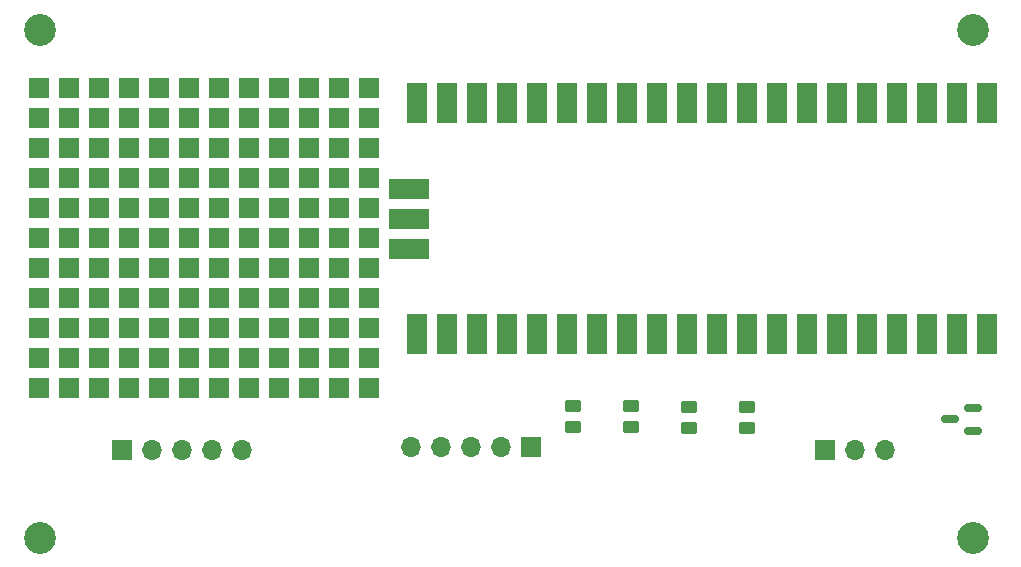
<source format=gbr>
%TF.GenerationSoftware,KiCad,Pcbnew,(6.0.9)*%
%TF.CreationDate,2022-11-20T11:02:00-05:00*%
%TF.ProjectId,PicoBoard,5069636f-426f-4617-9264-2e6b69636164,rev?*%
%TF.SameCoordinates,Original*%
%TF.FileFunction,Soldermask,Top*%
%TF.FilePolarity,Negative*%
%FSLAX46Y46*%
G04 Gerber Fmt 4.6, Leading zero omitted, Abs format (unit mm)*
G04 Created by KiCad (PCBNEW (6.0.9)) date 2022-11-20 11:02:00*
%MOMM*%
%LPD*%
G01*
G04 APERTURE LIST*
G04 Aperture macros list*
%AMRoundRect*
0 Rectangle with rounded corners*
0 $1 Rounding radius*
0 $2 $3 $4 $5 $6 $7 $8 $9 X,Y pos of 4 corners*
0 Add a 4 corners polygon primitive as box body*
4,1,4,$2,$3,$4,$5,$6,$7,$8,$9,$2,$3,0*
0 Add four circle primitives for the rounded corners*
1,1,$1+$1,$2,$3*
1,1,$1+$1,$4,$5*
1,1,$1+$1,$6,$7*
1,1,$1+$1,$8,$9*
0 Add four rect primitives between the rounded corners*
20,1,$1+$1,$2,$3,$4,$5,0*
20,1,$1+$1,$4,$5,$6,$7,0*
20,1,$1+$1,$6,$7,$8,$9,0*
20,1,$1+$1,$8,$9,$2,$3,0*%
G04 Aperture macros list end*
%ADD10R,1.700000X1.700000*%
%ADD11C,2.700000*%
%ADD12O,1.700000X1.700000*%
%ADD13RoundRect,0.250000X-0.450000X0.262500X-0.450000X-0.262500X0.450000X-0.262500X0.450000X0.262500X0*%
%ADD14RoundRect,0.150000X0.587500X0.150000X-0.587500X0.150000X-0.587500X-0.150000X0.587500X-0.150000X0*%
%ADD15R,1.700000X3.500000*%
%ADD16R,3.500000X1.700000*%
%ADD17RoundRect,0.250000X0.450000X-0.262500X0.450000X0.262500X-0.450000X0.262500X-0.450000X-0.262500X0*%
G04 APERTURE END LIST*
D10*
%TO.C,*%
X27940000Y-27940000D03*
X27940000Y-27940000D03*
%TD*%
%TO.C,*%
X25400000Y-27940000D03*
X25400000Y-27940000D03*
%TD*%
%TO.C,*%
X40640000Y-27940000D03*
X40640000Y-27940000D03*
%TD*%
%TO.C,*%
X45720000Y-27940000D03*
X45720000Y-27940000D03*
%TD*%
%TO.C,*%
X22860000Y-27940000D03*
X22860000Y-27940000D03*
%TD*%
%TO.C,*%
X33020000Y-27940000D03*
X33020000Y-27940000D03*
%TD*%
%TO.C,*%
X35560000Y-27940000D03*
X35560000Y-27940000D03*
%TD*%
%TO.C,*%
X50800000Y-27940000D03*
X50800000Y-27940000D03*
%TD*%
%TO.C,*%
X43180000Y-27940000D03*
X43180000Y-27940000D03*
%TD*%
%TO.C,*%
X38100000Y-27940000D03*
X38100000Y-27940000D03*
%TD*%
%TO.C,*%
X48260000Y-27940000D03*
X48260000Y-27940000D03*
%TD*%
%TO.C,*%
X30480000Y-27940000D03*
X30480000Y-27940000D03*
%TD*%
%TO.C,*%
X48260000Y-30480000D03*
X48260000Y-30480000D03*
%TD*%
%TO.C,*%
X38100000Y-30480000D03*
X38100000Y-30480000D03*
%TD*%
%TO.C,*%
X43180000Y-30480000D03*
X43180000Y-30480000D03*
%TD*%
%TO.C,*%
X50800000Y-30480000D03*
X50800000Y-30480000D03*
%TD*%
%TO.C,*%
X22860000Y-30480000D03*
X22860000Y-30480000D03*
%TD*%
%TO.C,*%
X30480000Y-30480000D03*
X30480000Y-30480000D03*
%TD*%
%TO.C,*%
X33020000Y-30480000D03*
X33020000Y-30480000D03*
%TD*%
%TO.C,*%
X40640000Y-30480000D03*
X40640000Y-30480000D03*
%TD*%
%TO.C,*%
X27940000Y-30480000D03*
X27940000Y-30480000D03*
%TD*%
%TO.C,*%
X45720000Y-30480000D03*
X45720000Y-30480000D03*
%TD*%
%TO.C,*%
X25400000Y-30480000D03*
X25400000Y-30480000D03*
%TD*%
%TO.C,*%
X35560000Y-30480000D03*
X35560000Y-30480000D03*
%TD*%
%TO.C,*%
X33020000Y-33020000D03*
X33020000Y-33020000D03*
%TD*%
%TO.C,*%
X40640000Y-33020000D03*
X40640000Y-33020000D03*
%TD*%
%TO.C,*%
X50800000Y-33020000D03*
X50800000Y-33020000D03*
%TD*%
%TO.C,*%
X45720000Y-33020000D03*
X45720000Y-33020000D03*
%TD*%
%TO.C,*%
X35560000Y-33020000D03*
X35560000Y-33020000D03*
%TD*%
%TO.C,*%
X22860000Y-33020000D03*
X22860000Y-33020000D03*
%TD*%
%TO.C,*%
X43180000Y-33020000D03*
X43180000Y-33020000D03*
%TD*%
%TO.C,*%
X48260000Y-33020000D03*
X48260000Y-33020000D03*
%TD*%
%TO.C,*%
X27940000Y-33020000D03*
X27940000Y-33020000D03*
%TD*%
%TO.C,*%
X38100000Y-33020000D03*
X38100000Y-33020000D03*
%TD*%
%TO.C,*%
X25400000Y-33020000D03*
X25400000Y-33020000D03*
%TD*%
%TO.C,*%
X30480000Y-33020000D03*
X30480000Y-33020000D03*
%TD*%
%TO.C,*%
X45720000Y-35560000D03*
X45720000Y-35560000D03*
%TD*%
%TO.C,*%
X38100000Y-35560000D03*
X38100000Y-35560000D03*
%TD*%
%TO.C,*%
X25400000Y-35560000D03*
X25400000Y-35560000D03*
%TD*%
%TO.C,*%
X33020000Y-35560000D03*
X33020000Y-35560000D03*
%TD*%
%TO.C,*%
X27940000Y-35560000D03*
X27940000Y-35560000D03*
%TD*%
%TO.C,*%
X48260000Y-35560000D03*
X48260000Y-35560000D03*
%TD*%
%TO.C,*%
X40640000Y-35560000D03*
X40640000Y-35560000D03*
%TD*%
%TO.C,*%
X35560000Y-35560000D03*
X35560000Y-35560000D03*
%TD*%
%TO.C,*%
X50800000Y-35560000D03*
X50800000Y-35560000D03*
%TD*%
%TO.C,*%
X30480000Y-35560000D03*
X30480000Y-35560000D03*
%TD*%
%TO.C,*%
X22860000Y-35560000D03*
X22860000Y-35560000D03*
%TD*%
%TO.C,*%
X43180000Y-35560000D03*
X43180000Y-35560000D03*
%TD*%
%TO.C,*%
X35560000Y-38100000D03*
X35560000Y-38100000D03*
%TD*%
%TO.C,*%
X27940000Y-38100000D03*
X27940000Y-38100000D03*
%TD*%
%TO.C,*%
X45720000Y-38100000D03*
X45720000Y-38100000D03*
%TD*%
%TO.C,*%
X40640000Y-38100000D03*
X40640000Y-38100000D03*
%TD*%
%TO.C,*%
X48260000Y-38100000D03*
X48260000Y-38100000D03*
%TD*%
%TO.C,*%
X43180000Y-38100000D03*
X43180000Y-38100000D03*
%TD*%
%TO.C,*%
X25400000Y-38100000D03*
X25400000Y-38100000D03*
%TD*%
%TO.C,*%
X33020000Y-38100000D03*
X33020000Y-38100000D03*
%TD*%
%TO.C,*%
X50800000Y-38100000D03*
X50800000Y-38100000D03*
%TD*%
%TO.C,*%
X22860000Y-38100000D03*
X22860000Y-38100000D03*
%TD*%
%TO.C,*%
X30480000Y-38100000D03*
X30480000Y-38100000D03*
%TD*%
%TO.C,*%
X38100000Y-38100000D03*
X38100000Y-38100000D03*
%TD*%
%TO.C,*%
X27940000Y-40640000D03*
X27940000Y-40640000D03*
%TD*%
%TO.C,*%
X35560000Y-40640000D03*
X35560000Y-40640000D03*
%TD*%
%TO.C,*%
X33020000Y-40640000D03*
X33020000Y-40640000D03*
%TD*%
%TO.C,*%
X25400000Y-40640000D03*
X25400000Y-40640000D03*
%TD*%
%TO.C,*%
X40640000Y-40640000D03*
X40640000Y-40640000D03*
%TD*%
%TO.C,*%
X50800000Y-40640000D03*
X50800000Y-40640000D03*
%TD*%
%TO.C,*%
X30480000Y-40640000D03*
X30480000Y-40640000D03*
%TD*%
%TO.C,*%
X45720000Y-40640000D03*
X45720000Y-40640000D03*
%TD*%
%TO.C,*%
X48260000Y-40640000D03*
X48260000Y-40640000D03*
%TD*%
%TO.C,*%
X43180000Y-40640000D03*
X43180000Y-40640000D03*
%TD*%
%TO.C,*%
X22860000Y-40640000D03*
X22860000Y-40640000D03*
%TD*%
%TO.C,*%
X38100000Y-40640000D03*
X38100000Y-40640000D03*
%TD*%
%TO.C,*%
X22860000Y-43180000D03*
X22860000Y-43180000D03*
%TD*%
%TO.C,*%
X45720000Y-43180000D03*
X45720000Y-43180000D03*
%TD*%
%TO.C,*%
X48260000Y-43180000D03*
X48260000Y-43180000D03*
%TD*%
%TO.C,*%
X38100000Y-43180000D03*
X38100000Y-43180000D03*
%TD*%
%TO.C,*%
X40640000Y-43180000D03*
X40640000Y-43180000D03*
%TD*%
%TO.C,*%
X27940000Y-43180000D03*
X27940000Y-43180000D03*
%TD*%
%TO.C,*%
X33020000Y-43180000D03*
X33020000Y-43180000D03*
%TD*%
%TO.C,*%
X25400000Y-43180000D03*
X25400000Y-43180000D03*
%TD*%
%TO.C,*%
X50800000Y-43180000D03*
X50800000Y-43180000D03*
%TD*%
%TO.C,*%
X35560000Y-43180000D03*
X35560000Y-43180000D03*
%TD*%
%TO.C,*%
X43180000Y-43180000D03*
X43180000Y-43180000D03*
%TD*%
%TO.C,*%
X30480000Y-43180000D03*
X30480000Y-43180000D03*
%TD*%
%TO.C,*%
X35560000Y-45720000D03*
X35560000Y-45720000D03*
%TD*%
%TO.C,*%
X27940000Y-45720000D03*
X27940000Y-45720000D03*
%TD*%
%TO.C,*%
X45720000Y-45720000D03*
X45720000Y-45720000D03*
%TD*%
%TO.C,*%
X38100000Y-45720000D03*
X38100000Y-45720000D03*
%TD*%
%TO.C,*%
X25400000Y-45720000D03*
X25400000Y-45720000D03*
%TD*%
%TO.C,*%
X22860000Y-45720000D03*
X22860000Y-45720000D03*
%TD*%
%TO.C,*%
X50800000Y-45720000D03*
X50800000Y-45720000D03*
%TD*%
%TO.C,*%
X33020000Y-45720000D03*
X33020000Y-45720000D03*
%TD*%
%TO.C,*%
X40640000Y-45720000D03*
X40640000Y-45720000D03*
%TD*%
%TO.C,*%
X30480000Y-45720000D03*
X30480000Y-45720000D03*
%TD*%
%TO.C,*%
X48260000Y-45720000D03*
X48260000Y-45720000D03*
%TD*%
%TO.C,*%
X43180000Y-45720000D03*
X43180000Y-45720000D03*
%TD*%
%TO.C,*%
X50800000Y-48260000D03*
X50800000Y-48260000D03*
%TD*%
%TO.C,*%
X33020000Y-48260000D03*
X33020000Y-48260000D03*
%TD*%
%TO.C,*%
X30480000Y-48260000D03*
X30480000Y-48260000D03*
%TD*%
%TO.C,*%
X25400000Y-48260000D03*
X25400000Y-48260000D03*
%TD*%
%TO.C,*%
X35560000Y-48260000D03*
X35560000Y-48260000D03*
%TD*%
%TO.C,*%
X27940000Y-48260000D03*
X27940000Y-48260000D03*
%TD*%
%TO.C,*%
X38100000Y-48260000D03*
X38100000Y-48260000D03*
%TD*%
%TO.C,*%
X45720000Y-48260000D03*
X45720000Y-48260000D03*
%TD*%
%TO.C,*%
X40640000Y-48260000D03*
X40640000Y-48260000D03*
%TD*%
%TO.C,*%
X48260000Y-48260000D03*
X48260000Y-48260000D03*
%TD*%
%TO.C,*%
X22860000Y-48260000D03*
X22860000Y-48260000D03*
%TD*%
%TO.C,*%
X43180000Y-48260000D03*
X43180000Y-48260000D03*
%TD*%
%TO.C,*%
X30480000Y-50800000D03*
X30480000Y-50800000D03*
%TD*%
%TO.C,*%
X40640000Y-50800000D03*
X40640000Y-50800000D03*
%TD*%
%TO.C,*%
X50800000Y-50800000D03*
X50800000Y-50800000D03*
%TD*%
%TO.C,*%
X45720000Y-50800000D03*
X45720000Y-50800000D03*
%TD*%
%TO.C,*%
X33020000Y-50800000D03*
X33020000Y-50800000D03*
%TD*%
%TO.C,*%
X25400000Y-50800000D03*
X25400000Y-50800000D03*
%TD*%
%TO.C,*%
X48260000Y-50800000D03*
X48260000Y-50800000D03*
%TD*%
%TO.C,*%
X43180000Y-50800000D03*
X43180000Y-50800000D03*
%TD*%
%TO.C,*%
X35560000Y-50800000D03*
X35560000Y-50800000D03*
%TD*%
%TO.C,*%
X38100000Y-50800000D03*
X38100000Y-50800000D03*
%TD*%
%TO.C,*%
X27940000Y-50800000D03*
X27940000Y-50800000D03*
%TD*%
%TO.C,*%
X22860000Y-50800000D03*
X22860000Y-50800000D03*
%TD*%
%TO.C,*%
X22860000Y-53340000D03*
X22860000Y-53340000D03*
%TD*%
%TO.C,*%
X25400000Y-53340000D03*
X25400000Y-53340000D03*
%TD*%
%TO.C,*%
X27940000Y-53340000D03*
X27940000Y-53340000D03*
%TD*%
%TO.C,*%
X30480000Y-53340000D03*
X30480000Y-53340000D03*
%TD*%
%TO.C,*%
X33020000Y-53340000D03*
X33020000Y-53340000D03*
%TD*%
%TO.C,*%
X35560000Y-53340000D03*
X35560000Y-53340000D03*
%TD*%
%TO.C,*%
X38100000Y-53340000D03*
X38100000Y-53340000D03*
%TD*%
%TO.C,*%
X40640000Y-53340000D03*
X40640000Y-53340000D03*
%TD*%
%TO.C,*%
X43180000Y-53340000D03*
X43180000Y-53340000D03*
%TD*%
%TO.C,*%
X45720000Y-53340000D03*
X45720000Y-53340000D03*
%TD*%
%TO.C,*%
X48260000Y-53340000D03*
X48260000Y-53340000D03*
%TD*%
D11*
%TO.C,H1*%
X23000000Y-23000000D03*
%TD*%
D10*
%TO.C,*%
X50800000Y-53340000D03*
X50800000Y-53340000D03*
%TD*%
D12*
%TO.C,J1*%
X94525000Y-58625000D03*
X91985000Y-58625000D03*
D10*
X89445000Y-58625000D03*
%TD*%
D12*
%TO.C,J3*%
X40075000Y-58625000D03*
X37535000Y-58625000D03*
X34995000Y-58625000D03*
X32455000Y-58625000D03*
D10*
X29915000Y-58625000D03*
%TD*%
D13*
%TO.C,R1*%
X77920000Y-54940000D03*
X77920000Y-56765000D03*
%TD*%
D14*
%TO.C,Q1*%
X101937500Y-56950000D03*
X101937500Y-55050000D03*
X100062500Y-56000000D03*
%TD*%
D11*
%TO.C,H3*%
X102000000Y-66000000D03*
%TD*%
%TO.C,H4*%
X102000000Y-23000000D03*
%TD*%
D15*
%TO.C,U1*%
X103130000Y-29210000D03*
X100590000Y-29210000D03*
X98050000Y-29210000D03*
X95510000Y-29210000D03*
X92970000Y-29210000D03*
X90430000Y-29210000D03*
X87890000Y-29210000D03*
X85350000Y-29210000D03*
X82810000Y-29210000D03*
X80270000Y-29210000D03*
X77730000Y-29210000D03*
X75190000Y-29210000D03*
X72650000Y-29210000D03*
X70110000Y-29210000D03*
X67570000Y-29210000D03*
X65030000Y-29210000D03*
X62490000Y-29210000D03*
X59950000Y-29210000D03*
X57410000Y-29210000D03*
X54870000Y-29210000D03*
X54870000Y-48790000D03*
X57410000Y-48790000D03*
X59950000Y-48790000D03*
X62490000Y-48790000D03*
X65030000Y-48790000D03*
X67570000Y-48790000D03*
X70110000Y-48790000D03*
X72650000Y-48790000D03*
X75190000Y-48790000D03*
X77730000Y-48790000D03*
X80270000Y-48790000D03*
X82810000Y-48790000D03*
X85350000Y-48790000D03*
X87890000Y-48790000D03*
X90430000Y-48790000D03*
X92970000Y-48790000D03*
X95510000Y-48790000D03*
X98050000Y-48790000D03*
X100590000Y-48790000D03*
X103130000Y-48790000D03*
D16*
X54200000Y-36460000D03*
X54200000Y-39000000D03*
X54200000Y-41540000D03*
%TD*%
D13*
%TO.C,R4*%
X68139875Y-54827250D03*
X68139875Y-56652250D03*
%TD*%
D17*
%TO.C,R3*%
X73049875Y-56662500D03*
X73049875Y-54837500D03*
%TD*%
%TO.C,R2*%
X82820000Y-56765000D03*
X82820000Y-54940000D03*
%TD*%
D10*
%TO.C,J2*%
X64571000Y-58319000D03*
D12*
X62031000Y-58319000D03*
X59491000Y-58319000D03*
X56951000Y-58319000D03*
X54411000Y-58319000D03*
%TD*%
D11*
%TO.C,H2*%
X23000000Y-66000000D03*
%TD*%
M02*

</source>
